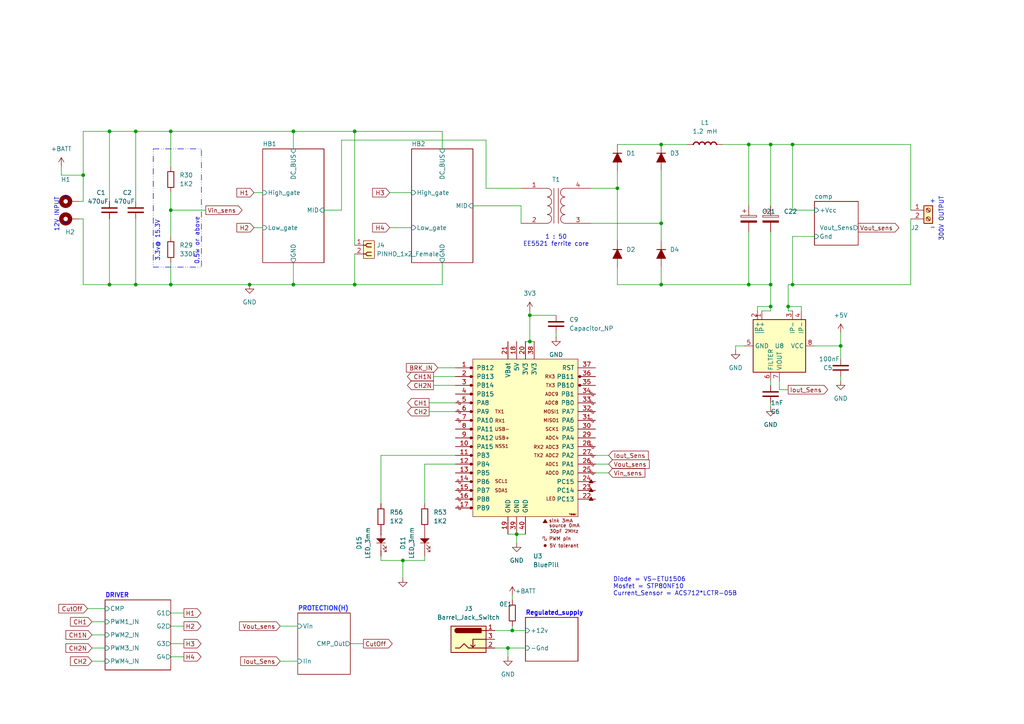
<source format=kicad_sch>
(kicad_sch (version 20231120) (generator "eeschema") (generator_version "8.0")
  (paper "A4")
  (lib_symbols
    (symbol "ACS712xLCTR-05B_1"
      (property "Reference" "U8" (at 2.1941 12.7 0))
      (property "Value" "ACS712xLCTR-05B" (at 2.1941 10.16 0))
      (symbol "ACS712xLCTR-05B_1_0_1"
        (rectangle (start -7.62 7.62) (end 7.62 -7.62) (stroke (width 0.254)) (fill (type background)))
      )
      (symbol "ACS712xLCTR-05B_1_1_1"
        (pin passive line (at -10.16 -5.08 0) (length 2.54) (name "IP+") (number "1"))
        (pin passive line (at -10.16 -6.35 0) (length 2.54) (name "IP+") (number "2"))
        (pin passive line (at -10.16 3.81 0) (length 2.54) (name "IP-") (number "3"))
        (pin passive line (at -10.16 6.35 0) (length 2.54) (name "IP-") (number "4"))
        (pin power_in line (at 0 -10.16 90) (length 2.54) (name "GND") (number "5"))
        (pin passive line (at 10.16 -2.54 180) (length 2.54) (name "FILTER") (number "6"))
        (pin output line (at 10.16 0 180) (length 2.54) (name "VIOUT") (number "7"))
        (pin power_in line (at 0 10.16 270) (length 2.54) (name "VCC") (number "8"))
      )
    )
    (symbol "Connector:Barrel_Jack_Switch" (pin_names hide)
      (property "Reference" "J" (at 0 5.334 0))
      (property "Value" "Barrel_Jack_Switch" (at 0 -5.08 0))
      (symbol "Barrel_Jack_Switch_0_1"
        (rectangle (start -5.08 3.81) (end 5.08 -3.81) (stroke (width 0.254)) (fill (type background)))
        (arc (start -3.302 3.175) (mid -3.9343 2.54) (end -3.302 1.905) (stroke (width 0.254)))
        (arc (start -3.302 3.175) (mid -3.9343 2.54) (end -3.302 1.905) (stroke (width 0.254)) (fill (type outline)))
        (polyline (pts (xy 1.27 -2.286) (xy 1.905 -1.651)) (stroke (width 0.254)))
        (polyline (pts (xy 5.08 2.54) (xy 3.81 2.54)) (stroke (width 0.254)))
        (polyline (pts (xy 5.08 0) (xy 1.27 0) (xy 1.27 -2.286) (xy 0.635 -1.651)) (stroke (width 0.254)))
        (polyline (pts (xy -3.81 -2.54) (xy -2.54 -2.54) (xy -1.27 -1.27) (xy 0 -2.54) (xy 2.54 -2.54) (xy 5.08 -2.54)) (stroke (width 0.254)))
        (rectangle (start 3.683 3.175) (end -3.302 1.905) (stroke (width 0.254)) (fill (type outline)))
      )
      (symbol "Barrel_Jack_Switch_1_1"
        (pin passive line (at 7.62 2.54 180) (length 2.54) (name "~") (number "1"))
        (pin passive line (at 7.62 -2.54 180) (length 2.54) (name "~") (number "2"))
        (pin passive line (at 7.62 0 180) (length 2.54) (name "~") (number "3"))
      )
    )
    (symbol "Connector:Screw_Terminal_01x02" (pin_names (offset 1.016) hide)
      (property "Reference" "J" (at 0 2.54 0))
      (property "Value" "Screw_Terminal_01x02" (at 0 -5.08 0))
      (symbol "Screw_Terminal_01x02_1_1"
        (rectangle (start -1.27 1.27) (end 1.27 -3.81) (stroke (width 0.254)) (fill (type background)))
        (circle (center 0 -2.54) (radius 0.635) (stroke (width 0.1524)))
        (polyline (pts (xy -0.5334 -2.2098) (xy 0.3302 -3.048)) (stroke (width 0.1524)))
        (polyline (pts (xy -0.5334 0.3302) (xy 0.3302 -0.508)) (stroke (width 0.1524)))
        (polyline (pts (xy -0.3556 -2.032) (xy 0.508 -2.8702)) (stroke (width 0.1524)))
        (polyline (pts (xy -0.3556 0.508) (xy 0.508 -0.3302)) (stroke (width 0.1524)))
        (circle (center 0 0) (radius 0.635) (stroke (width 0.1524)))
        (pin passive line (at -5.08 0 0) (length 3.81) (name "Pin_1") (number "1"))
        (pin passive line (at -5.08 -2.54 0) (length 3.81) (name "Pin_2") (number "2"))
      )
    )
    (symbol "Device:Transformer_1P_1S" (pin_names (offset 1.016) hide)
      (property "Reference" "T" (at 0 6.35 0))
      (property "Value" "Transformer_1P_1S" (at 0 -7.62 0))
      (symbol "Transformer_1P_1S_0_1"
        (arc (start -2.54 -5.0546) (mid -1.6599 -4.6901) (end -1.27 -3.81))
        (arc (start -2.54 -2.5146) (mid -1.6599 -2.1501) (end -1.27 -1.27))
        (arc (start -2.54 0.0254) (mid -1.6599 0.3899) (end -1.27 1.27))
        (arc (start -2.54 2.5654) (mid -1.6599 2.9299) (end -1.27 3.81))
        (arc (start -1.27 -3.81) (mid -1.642 -2.912) (end -2.54 -2.54))
        (arc (start -1.27 -1.27) (mid -1.642 -0.372) (end -2.54 0))
        (arc (start -1.27 1.27) (mid -1.642 2.168) (end -2.54 2.54))
        (arc (start -1.27 3.81) (mid -1.642 4.708) (end -2.54 5.08))
        (polyline (pts (xy -0.635 5.08) (xy -0.635 -5.08)))
        (polyline (pts (xy 0.635 -5.08) (xy 0.635 5.08)))
        (arc (start 1.2954 -1.27) (mid 1.6599 -2.1501) (end 2.54 -2.5146))
        (arc (start 1.2954 1.27) (mid 1.6599 0.3899) (end 2.54 0.0254))
        (arc (start 1.2954 3.81) (mid 1.6599 2.9299) (end 2.54 2.5654))
        (arc (start 1.3208 -3.81) (mid 1.6853 -4.6901) (end 2.5654 -5.0546))
        (arc (start 2.54 0) (mid 1.642 -0.372) (end 1.2954 -1.27))
        (arc (start 2.54 2.54) (mid 1.642 2.168) (end 1.2954 1.27))
        (arc (start 2.54 5.08) (mid 1.642 4.708) (end 1.2954 3.81))
        (arc (start 2.5654 -2.54) (mid 1.6674 -2.912) (end 1.3208 -3.81))
      )
      (symbol "Transformer_1P_1S_1_1"
        (pin passive line (at -10.16 5.08 0) (length 7.62) (name "AA") (number "1"))
        (pin passive line (at -10.16 -5.08 0) (length 7.62) (name "AB") (number "2"))
        (pin passive line (at 10.16 -5.08 180) (length 7.62) (name "SA") (number "3"))
        (pin passive line (at 10.16 5.08 180) (length 7.62) (name "SB") (number "4"))
      )
    )
    (symbol "PCM_Capacitor_AKL:CP_Generic" (pin_numbers hide) (pin_names (offset 0.254))
      (property "Reference" "C" (at 0.635 2.54 0))
      (property "Value" "CP_Generic" (at 0.635 -2.54 0))
      (symbol "CP_Generic_0_1"
        (rectangle (start -2.286 0.508) (end 2.286 1.016))
        (polyline (pts (xy -1.778 2.286) (xy -0.762 2.286)))
        (polyline (pts (xy -1.27 2.794) (xy -1.27 1.778)))
        (rectangle (start 2.286 -0.508) (end -2.286 -1.016) (fill (type outline)))
      )
      (symbol "CP_Generic_1_1"
        (pin passive line (at 0 3.81 270) (length 2.794) (name "~") (number "1"))
        (pin passive line (at 0 -3.81 90) (length 2.794) (name "~") (number "2"))
      )
    )
    (symbol "PCM_Diode_AKL:VS-ETU1506" (pin_numbers hide) (pin_names (offset 1.016) hide)
      (property "Reference" "D" (at 0 5.08 0))
      (property "Value" "VS-ETU1506" (at 0 2.54 0))
      (symbol "VS-ETU1506_0_1"
        (polyline (pts (xy -1.27 0) (xy 1.27 0)))
        (polyline (pts (xy 1.27 1.27) (xy 1.27 -1.27)) (stroke (width 0.254)))
        (polyline (pts (xy -1.27 1.27) (xy -1.27 -1.27) (xy 1.27 0) (xy -1.27 1.27)) (stroke (width 0.254)) (fill (type outline)))
      )
      (symbol "VS-ETU1506_1_1"
        (pin passive line (at 3.81 0 180) (length 2.54) (name "K") (number "1"))
        (pin passive line (at -3.81 0 0) (length 2.54) (name "A") (number "2"))
      )
    )
    (symbol "PCM_Elektuur:L" (pin_numbers hide) (pin_names (offset 0) hide)
      (property "Reference" "L" (at 2.54 3.175 0))
      (property "Value" "L" (at 2.54 -3.175 0))
      (symbol "L_1_0"
        (arc (start 0 -3.4036) (mid 0.762 -2.5146) (end 0 -1.6256) (stroke (width 0.254)))
        (arc (start 0 -3.302) (mid 0.6604 -2.5146) (end 0 -1.7272) (stroke (width 0.254)))
        (arc (start 0 -1.7272) (mid 0.762 -0.8382) (end 0 0.0508) (stroke (width 0.254)))
        (arc (start 0 -1.6256) (mid 0.6604 -0.8382) (end 0 -0.0508) (stroke (width 0.254)))
        (arc (start 0 -0.0508) (mid 0.762 0.8382) (end 0 1.7272) (stroke (width 0.254)))
        (polyline (pts (xy 0 -3.302) (xy 0 -3.5052)) (stroke (width 0.254)))
        (polyline (pts (xy 0 -1.6256) (xy 0 -1.7272)) (stroke (width 0.254)))
        (polyline (pts (xy 0 0.0508) (xy 0 -0.0508)) (stroke (width 0.254)))
        (polyline (pts (xy 0 1.7272) (xy 0 1.6256)) (stroke (width 0.254)))
        (polyline (pts (xy 0 3.5052) (xy 0 3.302)) (stroke (width 0.254)))
        (arc (start 0 0.0508) (mid 0.6604 0.8382) (end 0 1.6256) (stroke (width 0.254)))
        (arc (start 0 1.6256) (mid 0.762 2.5146) (end 0 3.4036) (stroke (width 0.254)))
        (arc (start 0 1.7272) (mid 0.6604 2.5146) (end 0 3.302) (stroke (width 0.254)))
        (pin passive line (at 0 5.08 270) (length 1.5748) (name "+") (number "1"))
        (pin passive line (at 0 -5.08 90) (length 1.5748) (name "-") (number "2"))
      )
      (symbol "L_1_2"
        (rectangle (start 1.524 3.3782) (end 1.9812 -3.3782) (stroke (width 0.254)) (fill (type outline)))
      )
      (symbol "L_1_3"
        (rectangle (start 1.524 -1.9304) (end 1.9812 -3.0988) (stroke (width 0.254)) (fill (type outline)))
        (rectangle (start 1.524 -0.254) (end 1.9812 -1.4224) (stroke (width 0.254)) (fill (type outline)))
        (rectangle (start 1.524 1.4224) (end 1.9812 0.254) (stroke (width 0.254)) (fill (type outline)))
        (rectangle (start 1.524 3.0988) (end 1.9812 1.9304) (stroke (width 0.254)) (fill (type outline)))
      )
    )
    (symbol "PCM_SL_Devices:Capacitor_NP"
      (property "Reference" "C" (at 0 6.35 0))
      (property "Value" "Capacitor_NP" (at 0 3.81 0))
      (symbol "Capacitor_NP_0_1"
        (rectangle (start -0.762 2.286) (end -0.508 -2.286) (fill (type outline)))
        (rectangle (start 0.508 2.286) (end 0.762 -2.286) (fill (type outline)))
      )
      (symbol "Capacitor_NP_1_1"
        (pin passive line (at -2.54 0 0) (length 2) (name "~") (number "1"))
        (pin input line (at 2.54 0 180) (length 2) (name "~") (number "2"))
      )
    )
    (symbol "PCM_SL_Devices:LED_3mm"
      (property "Reference" "D" (at -0.508 5.334 0))
      (property "Value" "LED_3mm" (at -0.508 2.794 0))
      (symbol "LED_3mm_0_1"
        (polyline (pts (xy -1.27 0) (xy -2.54 0)))
        (polyline (pts (xy 0 1.27) (xy 0 -1.27)))
        (polyline (pts (xy 0.508 0.508) (xy 1.524 1.524)))
        (polyline (pts (xy 1.27 0) (xy 2.54 0)))
        (polyline (pts (xy 1.524 0.508) (xy 2.54 1.524)))
        (polyline (pts (xy 1.524 1.524) (xy 0.889 1.524)))
        (polyline (pts (xy 1.524 1.524) (xy 1.524 0.889)))
        (polyline (pts (xy 2.54 1.524) (xy 1.905 1.524)))
        (polyline (pts (xy 2.54 1.524) (xy 2.54 0.889)))
        (polyline (pts (xy 0 0) (xy -1.27 -1.27) (xy -1.27 1.27) (xy 0 0) (xy 1.27 0)) (fill (type outline)))
      )
      (symbol "LED_3mm_1_1"
        (pin passive line (at 3.81 0 180) (length 1.5) (name "~") (number "1"))
        (pin passive line (at -3.81 0 0) (length 1.5) (name "") (number "2"))
      )
    )
    (symbol "PCM_SL_Pin_Headers:PINHD_1x2_Female"
      (property "Reference" "J" (at 0 7.62 0))
      (property "Value" "PINHD_1x2_Female" (at 0 5.08 0))
      (symbol "PINHD_1x2_Female_0_1"
        (rectangle (start -1.27 2.54) (end 1.905 -2.54) (fill (type background)))
        (arc (start -0.508 -1.27) (mid -0.3592 -1.6292) (end 0 -1.778) (stroke (width 0.25)))
        (arc (start -0.508 1.27) (mid -0.3592 0.9108) (end 0 0.762) (stroke (width 0.25)))
        (arc (start 0 -0.762) (mid -0.3592 -0.9108) (end -0.508 -1.27) (stroke (width 0.25)))
        (polyline (pts (xy -1.27 -1.27) (xy -0.508 -1.27)) (stroke (width 0.25)))
        (polyline (pts (xy -1.27 1.27) (xy -0.508 1.27)) (stroke (width 0.25)))
        (polyline (pts (xy 0 -1.778) (xy 1.016 -1.778)) (stroke (width 0.25)))
        (polyline (pts (xy 0 -0.762) (xy 1.016 -0.762)) (stroke (width 0.25)))
        (polyline (pts (xy 0 0.762) (xy 1.016 0.762)) (stroke (width 0.25)))
        (polyline (pts (xy 0 1.778) (xy 1.016 1.778)) (stroke (width 0.25)))
        (arc (start 0 1.778) (mid -0.3592 1.6292) (end -0.508 1.27) (stroke (width 0.25)))
      )
      (symbol "PINHD_1x2_Female_1_1"
        (pin passive line (at -3.81 1.27 0) (length 2.54) (name "") (number "1"))
        (pin passive line (at -3.81 -1.27 0) (length 2.54) (name "") (number "2"))
      )
    )
    (symbol "PCM_SL_Resistors:Resistor"
      (property "Reference" "R" (at 0 5.08 0))
      (property "Value" "Resistor" (at 0 2.54 0))
      (symbol "Resistor_0_1"
        (rectangle (start -2.286 0.889) (end 2.286 -0.889) (stroke (width 0.24)))
      )
      (symbol "Resistor_1_1"
        (pin passive line (at -3.81 0 0) (length 1.5) (name "") (number "1"))
        (pin passive line (at 3.81 0 180) (length 1.5) (name "~") (number "2"))
      )
    )
    (symbol "inqbe:BluePill" (pin_names (offset 1.016))
      (property "Reference" "U" (at -13.97 24.13 0))
      (property "Value" "BluePill" (at 0 6.35 90))
      (symbol "BluePill_0_0"
        (circle (center -15.748 -20.32) (radius 0.3556) (fill (type outline)))
        (circle (center -15.748 -17.78) (radius 0.3556) (fill (type outline)))
        (circle (center -15.748 -15.24) (radius 0.3556) (fill (type outline)))
        (circle (center -15.748 -12.7) (radius 0.3556) (fill (type outline)))
        (circle (center -15.748 -10.16) (radius 0.3556) (fill (type outline)))
        (circle (center -15.748 -7.62) (radius 0.3556) (fill (type outline)))
        (circle (center -15.748 -5.08) (radius 0.3556) (fill (type outline)))
        (circle (center -15.748 -2.54) (radius 0.3556) (fill (type outline)))
        (circle (center -15.748 0) (radius 0.3556) (fill (type outline)))
        (circle (center -15.748 2.54) (radius 0.3556) (fill (type outline)))
        (circle (center -15.748 5.08) (radius 0.3556) (fill (type outline)))
        (circle (center -15.748 7.62) (radius 0.3556) (fill (type outline)))
        (circle (center -15.748 10.16) (radius 0.3556) (fill (type outline)))
        (circle (center -15.748 12.7) (radius 0.3556) (fill (type outline)))
        (circle (center -15.748 15.24) (radius 0.3556) (fill (type outline)))
        (circle (center -15.748 20.32) (radius 0.3556) (fill (type outline)))
        (polyline (pts (xy 5.08 -24.638) (xy 5.715 -23.622) (xy 6.35 -24.638) (xy 5.08 -24.638) (xy 5.715 -23.749) (xy 6.223 -24.638) (xy 5.207 -24.511) (xy 5.715 -23.876) (xy 6.096 -24.638) (xy 5.334 -24.384) (xy 5.842 -24.003) (xy 5.969 -24.638) (xy 5.461 -24.257) (xy 5.969 -24.13) (xy 5.842 -24.511) (xy 5.588 -24.257) (xy 5.842 -24.384) (xy 5.715 -24.13)))
        (polyline (pts (xy 18.415 -18.161) (xy 19.05 -17.145) (xy 19.685 -18.161) (xy 18.415 -18.161) (xy 19.05 -17.272) (xy 19.558 -18.161) (xy 18.542 -18.034) (xy 19.05 -17.399) (xy 19.431 -18.161) (xy 18.669 -17.907) (xy 19.177 -17.526) (xy 19.304 -18.161) (xy 18.796 -17.78) (xy 19.304 -17.653) (xy 19.177 -18.034) (xy 18.923 -17.78) (xy 19.177 -17.907) (xy 19.05 -17.653)))
        (polyline (pts (xy 18.415 -15.621) (xy 19.05 -14.605) (xy 19.685 -15.621) (xy 18.415 -15.621) (xy 19.05 -14.732) (xy 19.558 -15.621) (xy 18.542 -15.494) (xy 19.05 -14.859) (xy 19.431 -15.621) (xy 18.669 -15.367) (xy 19.177 -14.986) (xy 19.304 -15.621) (xy 18.796 -15.24) (xy 19.304 -15.113) (xy 19.177 -15.494) (xy 18.923 -15.24) (xy 19.177 -15.367) (xy 19.05 -15.113)))
        (polyline (pts (xy 18.415 -13.081) (xy 19.05 -12.065) (xy 19.685 -13.081) (xy 18.415 -13.081) (xy 19.05 -12.192) (xy 19.558 -13.081) (xy 18.542 -12.954) (xy 19.05 -12.319) (xy 19.431 -13.081) (xy 18.669 -12.827) (xy 19.177 -12.446) (xy 19.304 -13.081) (xy 18.796 -12.7) (xy 19.304 -12.573) (xy 19.177 -12.954) (xy 18.923 -12.7) (xy 19.177 -12.827) (xy 19.05 -12.573)))
        (circle (center 5.715 -31.242) (radius 0.127) (fill (type outline)))
        (circle (center 5.715 -31.242) (radius 0.254))
        (circle (center 5.715 -31.242) (radius 0.3556))
        (circle (center 15.748 15.24) (radius 0.254) (fill (type outline)))
        (circle (center 15.748 15.24) (radius 0.3556))
        (circle (center 15.748 17.78) (radius 0.254) (fill (type outline)))
        (circle (center 15.748 17.78) (radius 0.3556))
        (text "30pF 2MHz" (at 11.176 -27.051 0) (effects (font (size 0.9906 0.9906))))
        (text "5V tolerant" (at 11.176 -31.242 0) (effects (font (size 0.9906 0.9906))))
        (text "ADC0" (at 7.747 -10.16 0) (effects (font (size 0.9906 0.9906))))
        (text "ADC1" (at 7.747 -7.62 0) (effects (font (size 0.9906 0.9906))))
        (text "ADC2" (at 7.747 -5.08 0) (effects (font (size 0.9906 0.9906))))
        (text "ADC3" (at 7.747 -2.667 0) (effects (font (size 0.9906 0.9906))))
        (text "ADC4" (at 7.747 0 0) (effects (font (size 0.9906 0.9906))))
        (text "ADC8" (at 7.62 10.16 0) (effects (font (size 0.9906 0.9906))))
        (text "ADC9" (at 7.62 12.7 0) (effects (font (size 0.9906 0.9906))))
        (text "LED" (at 7.366 -17.653 0) (effects (font (size 0.9906 0.9906))))
        (text "MISO1" (at 7.493 5.08 0) (effects (font (size 0.9906 0.9906))))
        (text "MOSI1" (at 7.493 7.62 0) (effects (font (size 0.9906 0.9906))))
        (text "NSS1" (at -6.858 -2.413 0) (effects (font (size 0.9906 0.9906))))
        (text "PWM pin" (at 10.033 -29.21 0) (effects (font (size 0.9906 0.9906))))
        (text "RX1" (at -7.366 4.953 0) (effects (font (size 0.9906 0.9906))))
        (text "RX2" (at 3.81 -2.667 0) (effects (font (size 0.9906 0.9906))))
        (text "RX3" (at 7.112 17.78 0) (effects (font (size 0.9906 0.9906))))
        (text "SCK1" (at 7.747 2.54 0) (effects (font (size 0.9906 0.9906))))
        (text "SCL1" (at -6.985 -12.573 0) (effects (font (size 0.9906 0.9906))))
        (text "SDA1" (at -6.985 -15.24 0) (effects (font (size 0.9906 0.9906))))
        (text "sink 3mA" (at 10.287 -24.003 0) (effects (font (size 0.9906 0.9906))))
        (text "source 0mA" (at 11.303 -25.4 0) (effects (font (size 0.9906 0.9906))))
        (text "TX1" (at -7.493 7.62 0) (effects (font (size 0.9906 0.9906))))
        (text "TX2" (at 3.81 -5.08 0) (effects (font (size 0.9906 0.9906))))
        (text "TX3" (at 7.239 15.24 0) (effects (font (size 0.9906 0.9906))))
        (text "USB+" (at -6.731 0 0) (effects (font (size 0.9906 0.9906))))
        (text "USB-" (at -6.731 2.54 0) (effects (font (size 0.9906 0.9906))))
        (text "Y@@J" (at 13.6906 -22.1488 0) (effects (font (size 0.508 0.508))))
      )
      (symbol "BluePill_0_1"
        (rectangle (start -15.24 22.86) (end 15.24 -22.86) (fill (type background)))
        (polyline (pts (xy -18.796 -20.32) (xy -18.796 -20.828) (xy -19.304 -20.828) (xy -19.304 -19.812) (xy -19.812 -19.812) (xy -19.812 -20.32)))
        (polyline (pts (xy -18.796 -17.78) (xy -18.796 -18.288) (xy -19.304 -18.288) (xy -19.304 -17.272) (xy -19.812 -17.272) (xy -19.812 -17.78)))
        (polyline (pts (xy -18.796 -15.24) (xy -18.796 -15.748) (xy -19.304 -15.748) (xy -19.304 -14.732) (xy -19.812 -14.732) (xy -19.812 -15.24)))
        (polyline (pts (xy -18.796 -12.7) (xy -18.796 -13.208) (xy -19.304 -13.208) (xy -19.304 -12.192) (xy -19.812 -12.192) (xy -19.812 -12.7)))
        (polyline (pts (xy -18.796 5.08) (xy -18.796 4.572) (xy -19.304 4.572) (xy -19.304 5.588) (xy -19.812 5.588) (xy -19.812 5.08)))
        (polyline (pts (xy -18.796 7.62) (xy -18.796 7.112) (xy -19.304 7.112) (xy -19.304 8.128) (xy -19.812 8.128) (xy -19.812 7.62)))
        (polyline (pts (xy -18.796 10.16) (xy -18.796 9.652) (xy -19.304 9.652) (xy -19.304 10.668) (xy -19.812 10.668) (xy -19.812 10.16)))
        (polyline (pts (xy 6.096 -29.21) (xy 6.096 -29.718) (xy 5.588 -29.718) (xy 5.588 -28.702) (xy 5.08 -28.702) (xy 5.08 -29.21)))
        (polyline (pts (xy 19.812 -10.16) (xy 19.812 -10.668) (xy 19.304 -10.668) (xy 19.304 -9.652) (xy 18.796 -9.652) (xy 18.796 -10.16)))
        (polyline (pts (xy 19.812 -7.62) (xy 19.812 -8.128) (xy 19.304 -8.128) (xy 19.304 -7.112) (xy 18.796 -7.112) (xy 18.796 -7.62)))
        (polyline (pts (xy 19.812 -5.08) (xy 19.812 -5.588) (xy 19.304 -5.588) (xy 19.304 -4.572) (xy 18.796 -4.572) (xy 18.796 -5.08)))
        (polyline (pts (xy 19.812 -2.54) (xy 19.812 -3.048) (xy 19.304 -3.048) (xy 19.304 -2.032) (xy 18.796 -2.032) (xy 18.796 -2.54)))
        (polyline (pts (xy 19.812 5.08) (xy 19.812 4.572) (xy 19.304 4.572) (xy 19.304 5.588) (xy 18.796 5.588) (xy 18.796 5.08)))
        (polyline (pts (xy 19.812 7.62) (xy 19.812 7.112) (xy 19.304 7.112) (xy 19.304 8.128) (xy 18.796 8.128) (xy 18.796 7.62)))
        (polyline (pts (xy 19.812 10.16) (xy 19.812 9.652) (xy 19.304 9.652) (xy 19.304 10.668) (xy 18.796 10.668) (xy 18.796 10.16)))
        (polyline (pts (xy 19.812 12.7) (xy 19.812 12.192) (xy 19.304 12.192) (xy 19.304 13.208) (xy 18.796 13.208) (xy 18.796 12.7)))
      )
      (symbol "BluePill_1_1"
        (circle (center -15.748 17.78) (radius 0.3556) (fill (type outline)))
        (pin bidirectional line (at -20.32 20.32 0) (length 5.08) (name "PB12") (number "1"))
        (pin bidirectional line (at -20.32 -2.54 0) (length 5.08) (name "PA15") (number "10"))
        (pin bidirectional line (at -20.32 -5.08 0) (length 5.08) (name "PB3") (number "11"))
        (pin bidirectional line (at -20.32 -7.62 0) (length 5.08) (name "PB4") (number "12"))
        (pin bidirectional line (at -20.32 -10.16 0) (length 5.08) (name "PB5") (number "13"))
        (pin bidirectional line (at -20.32 -12.7 0) (length 5.08) (name "PB6") (number "14"))
        (pin bidirectional line (at -20.32 -15.24 0) (length 5.08) (name "PB7") (number "15"))
        (pin bidirectional line (at -20.32 -17.78 0) (length 5.08) (name "PB8") (number "16"))
        (pin bidirectional line (at -20.32 -20.32 0) (length 5.08) (name "PB9") (number "17"))
        (pin power_in line (at -2.54 27.94 270) (length 5.08) (name "5V") (number "18"))
        (pin power_in line (at -5.08 -27.94 90) (length 5.08) (name "GND") (number "19"))
        (pin bidirectional line (at -20.32 17.78 0) (length 5.08) (name "PB13") (number "2"))
        (pin power_in line (at 0 27.94 270) (length 5.08) (name "3V3") (number "20"))
        (pin power_in line (at -5.08 27.94 270) (length 5.08) (name "VBat") (number "21"))
        (pin bidirectional line (at 20.32 -17.78 180) (length 5.08) (name "PC13") (number "22"))
        (pin bidirectional line (at 20.32 -15.24 180) (length 5.08) (name "PC14") (number "23"))
        (pin bidirectional line (at 20.32 -12.7 180) (length 5.08) (name "PC15") (number "24"))
        (pin bidirectional line (at 20.32 -10.16 180) (length 5.08) (name "PA0") (number "25"))
        (pin bidirectional line (at 20.32 -7.62 180) (length 5.08) (name "PA1") (number "26"))
        (pin bidirectional line (at 20.32 -5.08 180) (length 5.08) (name "PA2") (number "27"))
        (pin bidirectional line (at 20.32 -2.54 180) (length 5.08) (name "PA3") (number "28"))
        (pin bidirectional line (at 20.32 0 180) (length 5.08) (name "PA4") (number "29"))
        (pin bidirectional line (at -20.32 15.24 0) (length 5.08) (name "PB14") (number "3"))
        (pin bidirectional line (at 20.32 2.54 180) (length 5.08) (name "PA5") (number "30"))
        (pin bidirectional line (at 20.32 5.08 180) (length 5.08) (name "PA6") (number "31"))
        (pin bidirectional line (at 20.32 7.62 180) (length 5.08) (name "PA7") (number "32"))
        (pin bidirectional line (at 20.32 10.16 180) (length 5.08) (name "PB0") (number "33"))
        (pin bidirectional line (at 20.32 12.7 180) (length 5.08) (name "PB1") (number "34"))
        (pin bidirectional line (at 20.32 15.24 180) (length 5.08) (name "PB10") (number "35"))
        (pin bidirectional line (at 20.32 17.78 180) (length 5.08) (name "PB11") (number "36"))
        (pin input line (at 20.32 20.32 180) (length 5.08) (name "RST") (number "37"))
        (pin power_in line (at 2.54 27.94 270) (length 5.08) (name "3V3") (number "38"))
        (pin power_in line (at -2.54 -27.94 90) (length 5.08) (name "GND") (number "39"))
        (pin bidirectional line (at -20.32 12.7 0) (length 5.08) (name "PB15") (number "4"))
        (pin power_in line (at 0 -27.94 90) (length 5.08) (name "GND") (number "40"))
        (pin bidirectional line (at -20.32 10.16 0) (length 5.08) (name "PA8") (number "5"))
        (pin bidirectional line (at -20.32 7.62 0) (length 5.08) (name "PA9") (number "6"))
        (pin bidirectional line (at -20.32 5.08 0) (length 5.08) (name "PA10") (number "7"))
        (pin bidirectional line (at -20.32 2.54 0) (length 5.08) (name "PA11") (number "8"))
        (pin bidirectional line (at -20.32 0 0) (length 5.08) (name "PA12") (number "9"))
      )
    )
    (symbol "inqbe:M5_bolt_terminal" (pin_numbers hide) (pin_names (offset 1.016) hide)
      (property "Reference" "H" (at 0 6.35 0))
      (property "Value" "M5_bolt_terminal" (at 0 4.445 0))
      (symbol "M5_bolt_terminal_0_1"
        (circle (center 0 1.27) (radius 1.27) (stroke (width 1.27)))
      )
      (symbol "M5_bolt_terminal_1_1"
        (pin input line (at 0 -2.54 90) (length 2.54) (name "1") (number "1"))
      )
    )
    (symbol "power:+BATT" (power) (pin_numbers hide) (pin_names (offset 0) hide)
      (property "Value" "+BATT" (at 0 3.556 0))
      (symbol "+BATT_0_1"
        (polyline (pts (xy -0.762 1.27) (xy 0 2.54)))
        (polyline (pts (xy 0 0) (xy 0 2.54)))
        (polyline (pts (xy 0 2.54) (xy 0.762 1.27)))
      )
      (symbol "+BATT_1_1"
        (pin power_in line (at 0 0 90) (length 0) (name "~") (number "1"))
      )
    )
    (symbol "power:GND" (power) (pin_numbers hide) (pin_names (offset 0) hide)
      (property "Value" "GND" (at 0 -3.81 0))
      (symbol "GND_0_1"
        (polyline (pts (xy 0 0) (xy 0 -1.27) (xy 1.27 -1.27) (xy 0 -2.54) (xy -1.27 -1.27) (xy 0 -1.27)))
      )
      (symbol "GND_1_1"
        (pin power_in line (at 0 0 270) (length 0) (name "~") (number "1"))
      )
    )
    (symbol "power:VCC" (power) (pin_numbers hide) (pin_names (offset 0) hide)
      (property "Value" "VCC" (at 0 3.556 0))
      (symbol "VCC_0_1"
        (polyline (pts (xy -0.762 1.27) (xy 0 2.54)))
        (polyline (pts (xy 0 0) (xy 0 2.54)))
        (polyline (pts (xy 0 2.54) (xy 0.762 1.27)))
      )
      (symbol "VCC_1_1"
        (pin power_in line (at 0 0 90) (length 0) (name "~") (number "1"))
      )
    )
  )
  (junction (at 153.67 99.06))
  (junction (at 191.77 41.91))
  (junction (at 149.86 154.94))
  (junction (at 223.52 82.55))
  (junction (at 229.87 41.91))
  (junction (at 217.17 82.55))
  (junction (at 39.37 82.55))
  (junction (at 147.32 187.96))
  (junction (at 49.53 82.55))
  (junction (at 191.77 64.77))
  (junction (at 191.77 82.55))
  (junction (at 179.07 54.61))
  (junction (at 148.59 182.88))
  (junction (at 31.75 82.55))
  (junction (at 85.09 82.55))
  (junction (at 223.52 88.9))
  (junction (at 217.17 41.91))
  (junction (at 31.75 38.1))
  (junction (at 153.67 91.44))
  (junction (at 39.37 38.1))
  (junction (at 102.87 38.1))
  (junction (at 85.09 38.1))
  (junction (at 49.53 38.1))
  (junction (at 229.87 82.55))
  (junction (at 102.87 82.55))
  (junction (at 243.84 100.33))
  (junction (at 116.84 162.56))
  (junction (at 49.53 60.96))
  (junction (at 24.13 50.8))
  (junction (at 72.39 82.55))
  (junction (at 223.52 41.91))
  (junction (at 228.6 88.9))
  (wire (pts (xy 17.78 48.26) (xy 17.78 50.8)))
  (wire (pts (xy 151.13 54.61) (xy 140.97 54.61)))
  (wire (pts (xy 123.19 146.05) (xy 123.19 134.62)))
  (wire (pts (xy 116.84 167.64) (xy 116.84 162.56)))
  (wire (pts (xy 26.67 184.15) (xy 30.48 184.15)))
  (wire (pts (xy 223.52 88.9) (xy 219.71 88.9)))
  (wire (pts (xy 228.6 82.55) (xy 229.87 82.55)))
  (wire (pts (xy 81.28 181.61) (xy 86.36 181.61)))
  (wire (pts (xy 102.87 82.55) (xy 128.27 82.55)))
  (wire (pts (xy 31.75 82.55) (xy 39.37 82.55)))
  (wire (pts (xy 110.49 146.05) (xy 110.49 132.08)))
  (wire (pts (xy 217.17 82.55) (xy 223.52 82.55)))
  (wire (pts (xy 264.16 60.96) (xy 264.16 41.91)))
  (wire (pts (xy 116.84 162.56) (xy 123.19 162.56)))
  (wire (pts (xy 17.78 50.8) (xy 24.13 50.8)))
  (wire (pts (xy 85.09 38.1) (xy 85.09 43.18)))
  (wire (pts (xy 124.46 119.38) (xy 132.08 119.38)))
  (wire (pts (xy 148.59 182.88) (xy 152.4 182.88)))
  (wire (pts (xy 229.87 68.58) (xy 229.87 82.55)))
  (wire (pts (xy 147.32 187.96) (xy 152.4 187.96)))
  (wire (pts (xy 24.13 63.5) (xy 22.86 63.5)))
  (wire (pts (xy 137.16 59.69) (xy 151.13 59.69)))
  (wire (pts (xy 228.6 88.9) (xy 232.41 88.9)))
  (wire (pts (xy 24.13 38.1) (xy 24.13 50.8)))
  (wire (pts (xy 24.13 50.8) (xy 24.13 58.42)))
  (wire (pts (xy 191.77 82.55) (xy 217.17 82.55)))
  (wire (pts (xy 31.75 38.1) (xy 39.37 38.1)))
  (wire (pts (xy 179.07 82.55) (xy 191.77 82.55)))
  (wire (pts (xy 123.19 134.62) (xy 132.08 134.62)))
  (wire (pts (xy 85.09 38.1) (xy 102.87 38.1)))
  (wire (pts (xy 219.71 90.17) (xy 219.71 88.9)))
  (wire (pts (xy 153.67 91.44) (xy 153.67 99.06)))
  (wire (pts (xy 243.84 109.22) (xy 243.84 110.49)))
  (wire (pts (xy 143.51 182.88) (xy 148.59 182.88)))
  (wire (pts (xy 127 106.68) (xy 132.08 106.68)))
  (wire (pts (xy 93.98 60.96) (xy 99.06 60.96)))
  (wire (pts (xy 49.53 60.96) (xy 59.69 60.96)))
  (wire (pts (xy 151.13 64.77) (xy 151.13 59.69)))
  (wire (pts (xy 191.77 49.53) (xy 191.77 64.77)))
  (wire (pts (xy 22.86 58.42) (xy 24.13 58.42)))
  (wire (pts (xy 243.84 100.33) (xy 236.22 100.33)))
  (wire (pts (xy 110.49 161.29) (xy 110.49 162.56)))
  (wire (pts (xy 49.53 82.55) (xy 72.39 82.55)))
  (wire (pts (xy 191.77 77.47) (xy 191.77 82.55)))
  (wire (pts (xy 179.07 41.91) (xy 191.77 41.91)))
  (wire (pts (xy 49.53 60.96) (xy 49.53 68.58)))
  (wire (pts (xy 99.06 40.64) (xy 99.06 60.96)))
  (wire (pts (xy 232.41 90.17) (xy 232.41 88.9)))
  (wire (pts (xy 49.53 181.61) (xy 53.34 181.61)))
  (wire (pts (xy 39.37 38.1) (xy 49.53 38.1)))
  (wire (pts (xy 39.37 63.5) (xy 39.37 82.55)))
  (wire (pts (xy 49.53 76.2) (xy 49.53 82.55)))
  (wire (pts (xy 113.03 66.04) (xy 119.38 66.04)))
  (wire (pts (xy 223.52 110.49) (xy 223.52 111.76)))
  (wire (pts (xy 113.03 55.88) (xy 119.38 55.88)))
  (wire (pts (xy 24.13 63.5) (xy 24.13 82.55)))
  (wire (pts (xy 26.67 187.96) (xy 30.48 187.96)))
  (wire (pts (xy 24.13 38.1) (xy 31.75 38.1)))
  (wire (pts (xy 49.53 186.69) (xy 53.34 186.69)))
  (wire (pts (xy 171.45 54.61) (xy 179.07 54.61)))
  (wire (pts (xy 223.52 82.55) (xy 223.52 88.9)))
  (wire (pts (xy 228.6 113.03) (xy 226.06 113.03)))
  (wire (pts (xy 49.53 55.88) (xy 49.53 60.96)))
  (wire (pts (xy 179.07 49.53) (xy 179.07 54.61)))
  (wire (pts (xy 102.87 38.1) (xy 128.27 38.1)))
  (wire (pts (xy 72.39 82.55) (xy 85.09 82.55)))
  (wire (pts (xy 172.72 132.08) (xy 176.53 132.08)))
  (wire (pts (xy 102.87 73.66) (xy 102.87 82.55)))
  (wire (pts (xy 226.06 110.49) (xy 226.06 113.03)))
  (wire (pts (xy 25.4 176.53) (xy 30.48 176.53)))
  (wire (pts (xy 26.67 180.34) (xy 30.48 180.34)))
  (wire (pts (xy 147.32 187.96) (xy 147.32 190.5)))
  (wire (pts (xy 217.17 67.31) (xy 217.17 82.55)))
  (wire (pts (xy 102.87 38.1) (xy 102.87 71.12)))
  (wire (pts (xy 85.09 76.2) (xy 85.09 82.55)))
  (wire (pts (xy 39.37 82.55) (xy 49.53 82.55)))
  (wire (pts (xy 110.49 162.56) (xy 116.84 162.56)))
  (wire (pts (xy 81.28 191.77) (xy 86.36 191.77)))
  (wire (pts (xy 153.67 99.06) (xy 154.94 99.06)))
  (wire (pts (xy 161.29 96.52) (xy 161.29 97.79)))
  (wire (pts (xy 228.6 88.9) (xy 228.6 90.17)))
  (wire (pts (xy 229.87 41.91) (xy 264.16 41.91)))
  (wire (pts (xy 243.84 100.33) (xy 243.84 104.14)))
  (wire (pts (xy 49.53 38.1) (xy 49.53 48.26)))
  (wire (pts (xy 236.22 68.58) (xy 229.87 68.58)))
  (wire (pts (xy 171.45 64.77) (xy 191.77 64.77)))
  (wire (pts (xy 229.87 41.91) (xy 229.87 60.96)))
  (wire (pts (xy 229.87 82.55) (xy 264.16 82.55)))
  (wire (pts (xy 101.6 186.69) (xy 105.41 186.69)))
  (wire (pts (xy 213.36 100.33) (xy 213.36 101.6)))
  (wire (pts (xy 31.75 38.1) (xy 31.75 58.42)))
  (wire (pts (xy 264.16 63.5) (xy 264.16 82.55)))
  (wire (pts (xy 223.52 90.17) (xy 220.98 90.17)))
  (wire (pts (xy 125.73 109.22) (xy 132.08 109.22)))
  (wire (pts (xy 223.52 67.31) (xy 223.52 82.55)))
  (wire (pts (xy 49.53 177.8) (xy 53.34 177.8)))
  (wire (pts (xy 26.67 191.77) (xy 30.48 191.77)))
  (wire (pts (xy 223.52 41.91) (xy 229.87 41.91)))
  (wire (pts (xy 49.53 190.5) (xy 53.34 190.5)))
  (wire (pts (xy 179.07 54.61) (xy 179.07 69.85)))
  (wire (pts (xy 128.27 76.2) (xy 128.27 82.55)))
  (wire (pts (xy 223.52 116.84) (xy 223.52 118.11)))
  (wire (pts (xy 49.53 38.1) (xy 85.09 38.1)))
  (wire (pts (xy 191.77 41.91) (xy 199.39 41.91)))
  (wire (pts (xy 85.09 82.55) (xy 102.87 82.55)))
  (wire (pts (xy 24.13 82.55) (xy 31.75 82.55)))
  (wire (pts (xy 124.46 116.84) (xy 132.08 116.84)))
  (wire (pts (xy 148.59 181.61) (xy 148.59 182.88)))
  (wire (pts (xy 149.86 154.94) (xy 149.86 157.48)))
  (wire (pts (xy 228.6 82.55) (xy 228.6 88.9)))
  (wire (pts (xy 217.17 41.91) (xy 223.52 41.91)))
  (wire (pts (xy 148.59 172.72) (xy 148.59 173.99)))
  (wire (pts (xy 149.86 154.94) (xy 152.4 154.94)))
  (wire (pts (xy 217.17 41.91) (xy 217.17 59.69)))
  (wire (pts (xy 236.22 60.96) (xy 229.87 60.96)))
  (wire (pts (xy 228.6 90.17) (xy 229.87 90.17)))
  (wire (pts (xy 223.52 88.9) (xy 223.52 90.17)))
  (wire (pts (xy 140.97 54.61) (xy 140.97 40.64)))
  (wire (pts (xy 125.73 111.76) (xy 132.08 111.76)))
  (wire (pts (xy 31.75 63.5) (xy 31.75 82.55)))
  (wire (pts (xy 191.77 64.77) (xy 191.77 69.85)))
  (wire (pts (xy 209.55 41.91) (xy 217.17 41.91)))
  (wire (pts (xy 223.52 41.91) (xy 223.52 59.69)))
  (wire (pts (xy 179.07 77.47) (xy 179.07 82.55)))
  (wire (pts (xy 110.49 132.08) (xy 132.08 132.08)))
  (wire (pts (xy 147.32 154.94) (xy 149.86 154.94)))
  (wire (pts (xy 152.4 99.06) (xy 153.67 99.06)))
  (wire (pts (xy 128.27 38.1) (xy 128.27 43.18)))
  (wire (pts (xy 243.84 96.52) (xy 243.84 100.33)))
  (wire (pts (xy 73.66 55.88) (xy 76.2 55.88)))
  (wire (pts (xy 123.19 161.29) (xy 123.19 162.56)))
  (wire (pts (xy 153.67 91.44) (xy 161.29 91.44)))
  (wire (pts (xy 172.72 137.16) (xy 176.53 137.16)))
  (wire (pts (xy 39.37 38.1) (xy 39.37 58.42)))
  (wire (pts (xy 172.72 134.62) (xy 176.53 134.62)))
  (wire (pts (xy 153.67 90.17) (xy 153.67 91.44)))
  (wire (pts (xy 215.9 100.33) (xy 213.36 100.33)))
  (wire (pts (xy 73.66 66.04) (xy 76.2 66.04)))
  (wire (pts (xy 143.51 187.96) (xy 147.32 187.96)))
  (wire (pts (xy 140.97 40.64) (xy 99.06 40.64)))
  (rectangle (start 44.45 43.18) (end 58.42 77.47) (stroke (width 0) (type dash_dot_dot)))
  (text "12V INPUT\n" (at 16.51 62.23 90) (effects (font (size 1.27 1.27))))
  (text "-" (at 19.05 64.77 0) (effects (font (size 1.27 1.27))))
  (text "3.3v@ 15.3V" (at 45.72 69.85 90) (effects (font (size 1.27 1.27))))
  (text "Diode = VS-ETU1506\nMosfet = STP80NF10\nCurrent_Sensor = ACS712*LCTR-05B\n" (at 177.8 170.18 0) (effects (font (size 1.27 1.27)) (justify left)))
  (text "+" (at 19.05 57.15 0) (effects (font (size 1.27 1.27))))
  (text "-" (at 270.51 66.04 0) (effects (font (size 1.27 1.27))))
  (text "0.5w or above" (at 57.15 69.85 90) (effects (font (size 1.27 1.27))))
  (text "+" (at 270.51 58.42 0) (effects (font (size 1.27 1.27))))
  (text "300V OUTPUT\n" (at 273.05 63.5 90) (effects (font (size 1.27 1.27))))
  (text "1 : 50\nEE5521 ferrite core\n" (at 161.29 69.85 0) (effects (font (size 1.27 1.27))))
  (global_label "H2" (shape input) (at 73.66 66.04 180) (property "Intersheetrefs" "${INTERSHEET_REFS}" (effects (hide yes))))
  (global_label "CH1N" (shape output) (at 125.73 109.22 180) (property "Intersheetrefs" "${INTERSHEET_REFS}" (effects (hide yes))))
  (global_label "CH1N" (shape input) (at 26.67 184.15 180) (property "Intersheetrefs" "${INTERSHEET_REFS}" (effects (hide yes))))
  (global_label "H4" (shape output) (at 53.34 190.5 0) (property "Intersheetrefs" "${INTERSHEET_REFS}" (effects (hide yes))))
  (global_label "CH2N" (shape output) (at 125.73 111.76 180) (property "Intersheetrefs" "${INTERSHEET_REFS}" (effects (hide yes))))
  (global_label "CH2N" (shape input) (at 26.67 187.96 180) (property "Intersheetrefs" "${INTERSHEET_REFS}" (effects (hide yes))))
  (global_label "BRK_IN" (shape input) (at 127 106.68 180) (property "Intersheetrefs" "${INTERSHEET_REFS}" (effects (hide yes))))
  (global_label "Iout_Sens" (shape output) (at 228.6 113.03 0) (property "Intersheetrefs" "${INTERSHEET_REFS}" (effects (hide yes))))
  (global_label "H2" (shape output) (at 53.34 181.61 0) (property "Intersheetrefs" "${INTERSHEET_REFS}" (effects (hide yes))))
  (global_label "Iout_Sens" (shape input) (at 176.53 132.08 0) (property "Intersheetrefs" "${INTERSHEET_REFS}" (effects (hide yes))))
  (global_label "CH1" (shape input) (at 26.67 180.34 180) (property "Intersheetrefs" "${INTERSHEET_REFS}" (effects (hide yes))))
  (global_label "CH2" (shape input) (at 26.67 191.77 180) (property "Intersheetrefs" "${INTERSHEET_REFS}" (effects (hide yes))))
  (global_label "Iout_Sens" (shape input) (at 81.28 191.77 180) (property "Intersheetrefs" "${INTERSHEET_REFS}" (effects (hide yes))))
  (global_label "CutOff" (shape output) (at 105.41 186.69 0) (property "Intersheetrefs" "${INTERSHEET_REFS}" (effects (hide yes))))
  (global_label "H1" (shape output) (at 53.34 177.8 0) (property "Intersheetrefs" "${INTERSHEET_REFS}" (effects (hide yes))))
  (global_label "Vin_sens" (shape output) (at 59.69 60.96 0) (property "Intersheetrefs" "${INTERSHEET_REFS}" (effects (hide yes))))
  (global_label "Vin_sens" (shape input) (at 176.53 137.16 0) (property "Intersheetrefs" "${INTERSHEET_REFS}" (effects (hide yes))))
  (global_label "H1" (shape input) (at 73.66 55.88 180) (property "Intersheetrefs" "${INTERSHEET_REFS}" (effects (hide yes))))
  (global_label "CH1" (shape output) (at 124.46 116.84 180) (property "Intersheetrefs" "${INTERSHEET_REFS}" (effects (hide yes))))
  (global_label "H4" (shape input) (at 113.03 66.04 180) (property "Intersheetrefs" "${INTERSHEET_REFS}" (effects (hide yes))))
  (global_label "Vout_sens" (shape input) (at 176.53 134.62 0) (property "Intersheetrefs" "${INTERSHEET_REFS}" (effects (hide yes))))
  (global_label "H3" (shape input) (at 113.03 55.88 180) (property "Intersheetrefs" "${INTERSHEET_REFS}" (effects (hide yes))))
  (global_label "CH2" (shape output) (at 124.46 119.38 180) (property "Intersheetrefs" "${INTERSHEET_REFS}" (effects (hide yes))))
  (global_label "Vout_sens" (shape input) (at 81.28 181.61 180) (property "Intersheetrefs" "${INTERSHEET_REFS}" (effects (hide yes))))
  (global_label "H3" (shape output) (at 53.34 186.69 0) (property "Intersheetrefs" "${INTERSHEET_REFS}" (effects (hide yes))))
  (global_label "Vout_sens" (shape output) (at 248.92 66.04 0) (property "Intersheetrefs" "${INTERSHEET_REFS}" (effects (hide yes))))
  (global_label "CutOff" (shape input) (at 25.4 176.53 180) (property "Intersheetrefs" "${INTERSHEET_REFS}" (effects (hide yes))))
  (symbol (lib_id "power:GND") (at 116.84 167.64 0) (unit 1)
    (property "Reference" "#PWR039" (effects (hide yes)))
    (property "Value" "GND" (effects (hide yes)))
    (property "Description" "Power symbol creates a global label with name \"GND\" , ground" (effects (hide yes)))
  )
  (symbol (lib_id "PCM_SL_Devices:Capacitor_NP") (at 223.52 114.3 90) (mirror x) (unit 1)
    (property "Reference" "C6" (at 223.52 119.38 90) (effects (justify right)))
    (property "Value" "1nF" (at 223.52 116.84 90) (effects (justify right)))
    (property "Footprint" "Capacitor_THT:C_Disc_D3.0mm_W2.0mm_P2.50mm" (effects (hide yes)))
    (property "Description" "Unpolarized Capacitor" (effects (hide yes)))
  )
  (symbol (lib_id "PCM_Diode_AKL:VS-ETU1506") (at 191.77 45.72 90) (unit 1)
    (property "Reference" "D3" (at 194.31 44.4499 90) (effects (justify right)))
    (property "Value" "VS-ETU1506" (effects (hide yes)))
    (property "Footprint" "Package_TO_SOT_THT:TO-220-2_Vertical" (effects (hide yes)))
    (property "Datasheet" "https://www.tme.eu/Document/96e8a36d10a94ad648760ca876f3b334/etu1506.pdf" (effects (hide yes)))
    (property "Description" "TO-220 Diode, Ultrafast Rectifier, 600V, 15A, 47ns, Alternate KiCad Library" (effects (hide yes)))
  )
  (symbol (lib_id "power:GND") (at 147.32 190.5 0) (unit 1)
    (property "Reference" "#PWR038" (effects (hide yes)))
    (property "Value" "GND" (at 147.32 195.58 0))
    (property "Description" "Power symbol creates a global label with name \"GND\" , ground" (effects (hide yes)))
  )
  (symbol (lib_id "PCM_SL_Devices:LED_3mm") (at 123.19 157.48 270) (unit 1)
    (property "Reference" "D11" (at 116.84 157.48 0))
    (property "Value" "LED_3mm" (at 119.38 157.48 0))
    (property "Footprint" "LED_THT:LED_D3.0mm" (effects (hide yes)))
    (property "Description" "3mm diameter small LED" (effects (hide yes)))
  )
  (symbol (lib_id "PCM_SL_Devices:Capacitor_NP") (at 243.84 106.68 90) (mirror x) (unit 1)
    (property "Reference" "C5" (at 238.76 106.68 90) (effects (justify right)))
    (property "Value" "100nF" (at 237.49 104.14 90) (effects (justify right)))
    (property "Footprint" "Capacitor_THT:C_Disc_D3.0mm_W2.0mm_P2.50mm" (effects (hide yes)))
    (property "Description" "Unpolarized Capacitor" (effects (hide yes)))
  )
  (symbol (lib_name "ACS712xLCTR-05B_1") (lib_id "Sensor_Current:ACS712xLCTR-05B") (at 226.06 100.33 270) (unit 1)
    (property "Reference" "U8" (at 226.06 100.33 90))
    (property "Value" "ACS712xLCTR-05B" (effects (hide yes)))
    (property "Footprint" "Package_SO:SOIC-8_3.9x4.9mm_P1.27mm" (effects (hide yes)))
    (property "Datasheet" "http://www.allegromicro.com/~/media/Files/Datasheets/ACS712-Datasheet.ashx?la=en" (effects (hide yes)))
    (property "Description" "±5A Bidirectional Hall-Effect Current Sensor, +5.0V supply, 185mV/A, SOIC-8" (effects (hide yes)))
  )
  (symbol (lib_id "PCM_Diode_AKL:VS-ETU1506") (at 179.07 45.72 90) (unit 1)
    (property "Reference" "D1" (at 181.61 44.4499 90) (effects (justify right)))
    (property "Value" "VS-ETU1506" (effects (hide yes)))
    (property "Footprint" "Package_TO_SOT_THT:TO-220-2_Vertical" (effects (hide yes)))
    (property "Datasheet" "https://www.tme.eu/Document/96e8a36d10a94ad648760ca876f3b334/etu1506.pdf" (effects (hide yes)))
    (property "Description" "TO-220 Diode, Ultrafast Rectifier, 600V, 15A, 47ns, Alternate KiCad Library" (effects (hide yes)))
  )
  (symbol (lib_id "PCM_SL_Resistors:Resistor") (at 49.53 72.39 90) (unit 1)
    (property "Reference" "R29" (at 52.07 71.1199 90) (effects (justify right)))
    (property "Value" "330E" (at 52.07 73.66 90) (effects (justify right)))
    (property "Footprint" "Resistor_SMD:R_0805_2012Metric_Pad1.20x1.40mm_HandSolder" (effects (hide yes)))
    (property "Description" "1/4W Resistor" (effects (hide yes)))
  )
  (symbol (lib_id "inqbe:M5_bolt_terminal") (at 20.32 63.5 90) (unit 1)
    (property "Reference" "H2" (at 20.32 67.31 90))
    (property "Value" "M5_bolt_terminal" (effects (hide yes)))
    (property "Footprint" "inqbe:bolt_terminal_15x14.5mm" (effects (hide yes)))
    (property "Description" "Mounting Hole with connection" (effects (hide yes)))
  )
  (symbol (lib_id "Connector:Barrel_Jack_Switch") (at 135.89 185.42 0) (unit 1)
    (property "Reference" "J3" (at 135.89 176.53 0))
    (property "Value" "Barrel_Jack_Switch" (at 135.89 179.07 0))
    (property "Footprint" "Connector_BarrelJack:BarrelJack_Horizontal" (effects (hide yes)))
    (property "Description" "DC Barrel Jack with an internal switch" (effects (hide yes)))
  )
  (symbol (lib_id "power:+BATT") (at 148.59 172.72 0) (unit 1)
    (property "Reference" "#PWR041" (effects (hide yes)))
    (property "Value" "+BATT" (at 152.4 171.45 0))
    (property "Description" "Power symbol creates a global label with name \"+BATT\"" (effects (hide yes)))
  )
  (symbol (lib_id "inqbe:BluePill") (at 152.4 127 0) (unit 1)
    (property "Reference" "U3" (at 154.5941 161.29 0) (effects (justify left)))
    (property "Value" "BluePill" (at 154.5941 163.83 0) (effects (justify left)))
    (property "Footprint" "inqbe:BluePill_1" (effects (hide yes)))
    (property "Description" "STM32 Blue Pill ; KLC compliant" (effects (hide yes)))
  )
  (symbol (lib_id "power:GND") (at 72.39 82.55 0) (unit 1)
    (property "Reference" "#PWR034" (effects (hide yes)))
    (property "Value" "GND" (at 72.39 87.63 0))
    (property "Description" "Power symbol creates a global label with name \"GND\" , ground" (effects (hide yes)))
  )
  (symbol (lib_id "power:VCC") (at 243.84 96.52 0) (mirror y) (unit 1)
    (property "Reference" "#PWR010" (effects (hide yes)))
    (property "Value" "+5V" (at 243.84 91.44 0))
    (property "Description" "Power symbol creates a global label with name \"VCC\"" (effects (hide yes)))
  )
  (symbol (lib_id "PCM_Diode_AKL:VS-ETU1506") (at 191.77 73.66 90) (unit 1)
    (property "Reference" "D4" (at 194.31 72.3899 90) (effects (justify right)))
    (property "Value" "VS-ETU1506" (effects (hide yes)))
    (property "Footprint" "Package_TO_SOT_THT:TO-220-2_Vertical" (effects (hide yes)))
    (property "Datasheet" "https://www.tme.eu/Document/96e8a36d10a94ad648760ca876f3b334/etu1506.pdf" (effects (hide yes)))
    (property "Description" "TO-220 Diode, Ultrafast Rectifier, 600V, 15A, 47ns, Alternate KiCad Library" (effects (hide yes)))
  )
  (symbol (lib_id "PCM_Elektuur:L") (at 204.47 41.91 90) (unit 1)
    (property "Reference" "L1" (at 204.47 35.56 90))
    (property "Value" "1.2 mH" (at 204.47 38.1 90))
    (property "Footprint" "inqbe:EE 55" (effects (hide yes)))
    (property "Description" "coil/winding/inductor/choke/reactor" (effects (hide yes)))
    (property "Indicator" "●" (effects (hide yes)))
    (property "Rating" "A" (effects (hide yes)))
  )
  (symbol (lib_id "PCM_Diode_AKL:VS-ETU1506") (at 179.07 73.66 90) (unit 1)
    (property "Reference" "D2" (at 181.61 72.3899 90) (effects (justify right)))
    (property "Value" "VS-ETU1506" (effects (hide yes)))
    (property "Footprint" "Package_TO_SOT_THT:TO-220-2_Vertical" (effects (hide yes)))
    (property "Datasheet" "https://www.tme.eu/Document/96e8a36d10a94ad648760ca876f3b334/etu1506.pdf" (effects (hide yes)))
    (property "Description" "TO-220 Diode, Ultrafast Rectifier, 600V, 15A, 47ns, Alternate KiCad Library" (effects (hide yes)))
  )
  (symbol (lib_id "power:VCC") (at 153.67 90.17 0) (unit 1)
    (property "Reference" "#PWR012" (effects (hide yes)))
    (property "Value" "3V3" (at 153.67 85.09 0))
    (property "Description" "Power symbol creates a global label with name \"VCC\"" (effects (hide yes)))
  )
  (symbol (lib_id "PCM_SL_Resistors:Resistor") (at 110.49 149.86 90) (unit 1)
    (property "Reference" "R56" (at 113.03 148.5899 90) (effects (justify right)))
    (property "Value" "1K2" (at 113.03 151.1299 90) (effects (justify right)))
    (property "Footprint" "Resistor_SMD:R_0805_2012Metric_Pad1.20x1.40mm_HandSolder" (effects (hide yes)))
    (property "Description" "1/4W Resistor" (effects (hide yes)))
  )
  (symbol (lib_id "power:GND") (at 243.84 110.49 0) (mirror y) (unit 1)
    (property "Reference" "#PWR01" (effects (hide yes)))
    (property "Value" "GND" (at 243.84 115.57 0))
    (property "Description" "Power symbol creates a global label with name \"GND\" , ground" (effects (hide yes)))
  )
  (symbol (lib_id "PCM_Capacitor_AKL:CP_Generic") (at 223.52 63.5 0) (unit 1)
    (property "Reference" "C22" (at 227.33 61.3409 0) (effects (justify left)))
    (property "Value" "CP_Generic" (effects (hide yes)))
    (property "Footprint" "Capacitor_THT:CP_Radial_D35.0mm_P10.00mm_SnapIn" (effects (hide yes)))
    (property "Description" "Polarized capacitor, Generic European Symbol, Alternate KiCad Library" (effects (hide yes)))
  )
  (symbol (lib_id "power:GND") (at 223.52 118.11 0) (mirror y) (unit 1)
    (property "Reference" "#PWR09" (effects (hide yes)))
    (property "Value" "GND" (at 223.52 123.19 0))
    (property "Description" "Power symbol creates a global label with name \"GND\" , ground" (effects (hide yes)))
  )
  (symbol (lib_id "PCM_Capacitor_AKL:CP_Generic") (at 217.17 63.5 0) (unit 1)
    (property "Reference" "C21" (at 220.98 61.3409 0) (effects (justify left)))
    (property "Value" "CP_Generic" (effects (hide yes)))
    (property "Footprint" "Capacitor_THT:CP_Radial_D35.0mm_P10.00mm_SnapIn" (effects (hide yes)))
    (property "Description" "Polarized capacitor, Generic European Symbol, Alternate KiCad Library" (effects (hide yes)))
  )
  (symbol (lib_id "PCM_SL_Devices:Capacitor_NP") (at 31.75 60.96 90) (unit 1)
    (property "Reference" "C1" (at 27.94 55.88 90) (effects (justify right)))
    (property "Value" "470uF" (at 25.4 58.42 90) (effects (justify right)))
    (property "Footprint" "inqbe:CP_Radial_D10.0mm_P5.00mm" (effects (hide yes)))
    (property "Description" "Unpolarized Capacitor" (effects (hide yes)))
  )
  (symbol (lib_id "PCM_SL_Devices:Capacitor_NP") (at 39.37 60.96 90) (unit 1)
    (property "Reference" "C2" (at 35.56 55.88 90) (effects (justify right)))
    (property "Value" "470uF" (at 33.02 58.42 90) (effects (justify right)))
    (property "Footprint" "inqbe:CP_Radial_D10.0mm_P5.00mm" (effects (hide yes)))
    (property "Description" "Unpolarized Capacitor" (effects (hide yes)))
  )
  (symbol (lib_id "power:GND") (at 149.86 157.48 0) (unit 1)
    (property "Reference" "#PWR014" (effects (hide yes)))
    (property "Value" "GND" (at 149.86 162.56 0))
    (property "Description" "Power symbol creates a global label with name \"GND\" , ground" (effects (hide yes)))
  )
  (symbol (lib_id "PCM_SL_Resistors:Resistor") (at 49.53 52.07 90) (unit 1)
    (property "Reference" "R30" (at 52.07 50.7999 90) (effects (justify right)))
    (property "Value" "1K2" (at 52.07 53.3399 90) (effects (justify right)))
    (property "Footprint" "Resistor_SMD:R_0805_2012Metric_Pad1.20x1.40mm_HandSolder" (effects (hide yes)))
    (property "Description" "1/4W Resistor" (effects (hide yes)))
  )
  (symbol (lib_id "Connector:Screw_Terminal_01x02") (at 269.24 60.96 0) (unit 1)
    (property "Reference" "J2" (at 264.16 66.04 0) (effects (justify left)))
    (property "Value" "01x02" (effects (hide yes)))
    (property "Footprint" "TerminalBlock:TerminalBlock_bornier-2_P5.08mm" (effects (hide yes)))
    (property "Description" "Generic screw terminal, single row, 01x02, script generated (kicad-library-utils/schlib/autogen/connector/)" (effects (hide yes)))
  )
  (symbol (lib_id "power:GND") (at 213.36 101.6 0) (mirror y) (unit 1)
    (property "Reference" "#PWR07" (effects (hide yes)))
    (property "Value" "GND" (at 213.36 106.68 0))
    (property "Description" "Power symbol creates a global label with name \"GND\" , ground" (effects (hide yes)))
  )
  (symbol (lib_id "power:GND") (at 161.29 97.79 0) (unit 1)
    (property "Reference" "#PWR013" (effects (hide yes)))
    (property "Value" "GND" (at 161.29 102.87 0))
    (property "Description" "Power symbol creates a global label with name \"GND\" , ground" (effects (hide yes)))
  )
  (symbol (lib_id "power:+BATT") (at 17.78 48.26 0) (unit 1)
    (property "Reference" "#PWR040" (effects (hide yes)))
    (property "Value" "+BATT" (at 17.78 43.18 0))
    (property "Description" "Power symbol creates a global label with name \"+BATT\"" (effects (hide yes)))
  )
  (symbol (lib_id "PCM_SL_Devices:LED_3mm") (at 110.49 157.48 270) (unit 1)
    (property "Reference" "D15" (at 104.14 157.48 0))
    (property "Value" "LED_3mm" (at 106.68 157.48 0))
    (property "Footprint" "LED_THT:LED_D3.0mm" (effects (hide yes)))
    (property "Description" "3mm diameter small LED" (effects (hide yes)))
  )
  (symbol (lib_id "PCM_SL_Pin_Headers:PINHD_1x2_Female") (at 106.68 72.39 0) (unit 1)
    (property "Reference" "J4" (at 109.22 71.1199 0) (effects (justify left)))
    (property "Value" "PINHD_1x2_Female" (at 109.22 73.6599 0) (effects (justify left)))
    (property "Footprint" "inqbe:2pin_RMC" (effects (hide yes)))
    (property "Description" "Pin Header female with pin space 2.54mm. Pin Count -2" (effects (hide yes)))
  )
  (symbol (lib_id "inqbe:M5_bolt_terminal") (at 20.32 58.42 90) (unit 1)
    (property "Reference" "H1" (at 19.05 52.07 90))
    (property "Value" "M5_bolt_terminal" (effects (hide yes)))
    (property "Footprint" "inqbe:bolt_terminal_15x14.5mm" (effects (hide yes)))
    (property "Description" "Mounting Hole with connection" (effects (hide yes)))
  )
  (symbol (lib_id "Device:Transformer_1P_1S") (at 161.29 59.69 0) (unit 1)
    (property "Reference" "T1" (at 161.29 52.07 0))
    (property "Value" "Transformer_1P_1S" (effects (hide yes)))
    (property "Footprint" "inqbe:EE 55" (effects (hide yes)))
    (property "Description" "Transformer, single primary, single secondary" (effects (hide yes)))
  )
  (symbol (lib_id "PCM_SL_Devices:Capacitor_NP") (at 161.29 93.98 90) (unit 1)
    (property "Reference" "C9" (at 165.1 92.7099 90) (effects (justify right)))
    (property "Value" "Capacitor_NP" (at 165.1 95.2499 90) (effects (justify right)))
    (property "Footprint" "Capacitor_THT:C_Disc_D3.0mm_W2.0mm_P2.50mm" (effects (hide yes)))
    (property "Description" "Unpolarized Capacitor" (effects (hide yes)))
  )
  (symbol (lib_id "PCM_SL_Resistors:Resistor") (at 148.59 177.8 90) (unit 1)
    (property "Reference" "0E1" (at 144.78 175.26 90) (effects (justify right)))
    (property "Value" "Resistor" (effects (hide yes)))
    (property "Footprint" "Resistor_THT:R_Axial_DIN0207_L6.3mm_D2.5mm_P10.16mm_Horizontal" (effects (hide yes)))
    (property "Description" "1/4W Resistor" (effects (hide yes)))
  )
  (symbol (lib_id "PCM_SL_Resistors:Resistor") (at 123.19 149.86 90) (unit 1)
    (property "Reference" "R53" (at 125.73 148.5899 90) (effects (justify right)))
    (property "Value" "1K2" (at 125.73 151.1299 90) (effects (justify right)))
    (property "Footprint" "Resistor_SMD:R_0805_2012Metric_Pad1.20x1.40mm_HandSolder" (effects (hide yes)))
    (property "Description" "1/4W Resistor" (effects (hide yes)))
  )
  (sheet (at 119.38 43.18) (size 17.78 33.02) (stroke (width 0.1524))
    (property "Sheetname" "HB2" (at 119.38 42.4684 0) (effects (justify left bottom)))
    (property "Sheetfile" "Half_bridge_3p_mosfet.kicad_sch" (effects (hide yes)))
    (pin "DC_BUS" input (at 128.27 43.18 90))
    (pin "GND" output (at 128.27 76.2 270))
    (pin "MID" input (at 137.16 59.69 0))
    (pin "High_gate" input (at 119.38 55.88 180))
    (pin "Low_gate" input (at 119.38 66.04 180))
  )
  (sheet (at 30.48 173.99) (size 19.05 20.32) (stroke (width 0.1524))
    (property "Sheetname" "DRIVER" (at 30.48 173.2784 0) (effects (font (bold yes)) (justify left bottom)))
    (property "Sheetfile" "Drive_TLP.kicad_sch" (effects (hide yes)))
    (pin "CMP" input (at 30.48 176.53 180))
    (pin "PWM4_IN" input (at 30.48 191.77 180))
    (pin "PWM3_IN" input (at 30.48 187.96 180))
    (pin "G3" output (at 49.53 186.69 0))
    (pin "G1" output (at 49.53 177.8 0))
    (pin "PWM1_IN" input (at 30.48 180.34 180))
    (pin "G2" output (at 49.53 181.61 0))
    (pin "PWM2_IN" input (at 30.48 184.15 180))
    (pin "G4" output (at 49.53 190.5 0))
  )
  (sheet (at 236.22 58.42) (size 12.7 12.7) (stroke (width 0.1524))
    (property "Sheetname" "comp" (at 236.22 57.7084 0) (effects (justify left bottom)))
    (property "Sheetfile" "d.kicad_sch" (effects (hide yes)))
    (pin "Vout_Sens" output (at 248.92 66.04 0))
    (pin "+Vcc" input (at 236.22 60.96 180))
    (pin "Gnd" input (at 236.22 68.58 180))
  )
  (sheet (at 76.2 43.18) (size 17.78 33.02) (stroke (width 0.1524))
    (property "Sheetname" "HB1" (at 76.2 42.4684 0) (effects (justify left bottom)))
    (property "Sheetfile" "Half_bridge_3p_mosfet.kicad_sch" (effects (hide yes)))
    (pin "DC_BUS" input (at 85.09 43.18 90))
    (pin "GND" output (at 85.09 76.2 270))
    (pin "MID" input (at 93.98 60.96 0))
    (pin "High_gate" input (at 76.2 55.88 180))
    (pin "Low_gate" input (at 76.2 66.04 180))
  )
  (sheet (at 86.36 177.8) (size 15.24 17.78) (stroke (width 0.1524))
    (property "Sheetname" "PROTECTION(H)" (at 86.36 177.0884 0) (effects (font (bold yes)) (justify left bottom)))
    (property "Sheetfile" "untitled.kicad_sch" (effects (hide yes)))
    (pin "Iin" input (at 86.36 191.77 180))
    (pin "CMP_Out" output (at 101.6 186.69 0))
    (pin "Vin" input (at 86.36 181.61 180))
  )
  (sheet (at 152.4 179.07) (size 15.24 12.7) (stroke (width 0.1524))
    (property "Sheetname" "Regulated_supply" (at 152.4 178.3584 0) (effects (font (bold yes)) (justify left bottom)))
    (property "Sheetfile" "supply.kicad_sch" (effects (hide yes)))
    (pin "+12v" input (at 152.4 182.88 180))
    (pin "-Gnd" input (at 152.4 187.96 180))
  )
)
</source>
